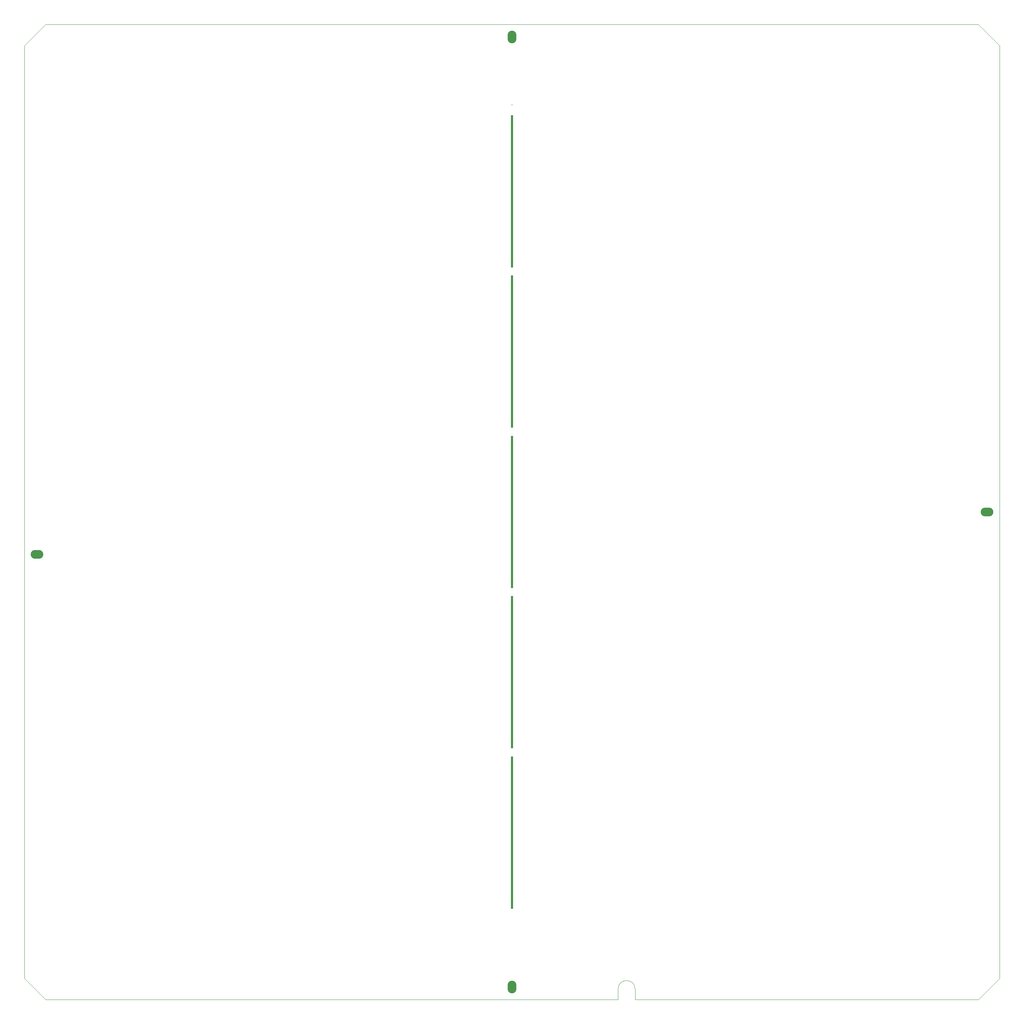
<source format=gbr>
G04 created by R. Pogge 2011 May 3 *
G04 MODS LS60x5x0.8 Mask *

%FSLAX33Y33*%
%MOMM*%
%SFA1.0B1.0*%

G04 Aperture Definition *
%ADD10C,0.0*%
%ADD11R,0.480X36.000*%
%ADD12C,0.180*%
%ADD501R,0.150X0.700*%
%ADD502R,0.700X0.150*%
%ADD521O,3.000X2.050*%
%ADD522O,2.050X3.000*%

%LNMASK*%
%LPD*%
G04 Slits *
G54D11*
X120000Y120000D03*
G54D11*
X120000Y157800D03*
G54D11*
X120000Y195600D03*
G54D11*
X120000Y82200D03*
G54D11*
X120000Y44400D03*
G54D12*
X120000Y216000D03*

G04 Centering Holes *
G54D521*
X232000Y120000D03*
X8000Y110000D03*
G54D522*
X120000Y232000D03*
X120000Y8000D03*
G54D10*

G04 Mask Countour *
G01X5000Y10000D02*
X10000Y5000D01*
X145000Y5000D01*
X145000Y7500D01*
G75*
G02X149000Y7500I2000J0D01*
G01X149000Y5000D01*
X230000Y5000D01*
X235000Y10000D01*
X235000Y230000D01*
X230000Y235000D01*
X10000Y235000D01*
X5000Y230000D01*
X5000Y10000D01*
M02*

</source>
